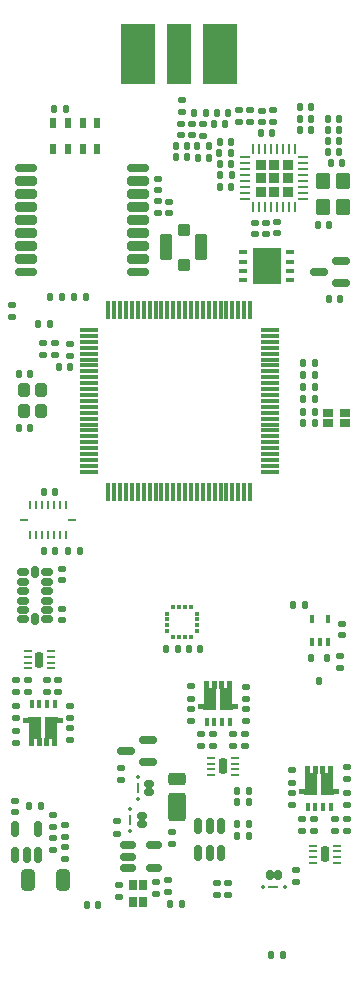
<source format=gbr>
%TF.GenerationSoftware,KiCad,Pcbnew,9.0.1*%
%TF.CreationDate,2025-10-13T19:02:50-04:00*%
%TF.ProjectId,OshTelemega,4f736854-656c-4656-9d65-67612e6b6963,rev?*%
%TF.SameCoordinates,Original*%
%TF.FileFunction,Paste,Bot*%
%TF.FilePolarity,Positive*%
%FSLAX46Y46*%
G04 Gerber Fmt 4.6, Leading zero omitted, Abs format (unit mm)*
G04 Created by KiCad (PCBNEW 9.0.1) date 2025-10-13 19:02:50*
%MOMM*%
%LPD*%
G01*
G04 APERTURE LIST*
G04 Aperture macros list*
%AMRoundRect*
0 Rectangle with rounded corners*
0 $1 Rounding radius*
0 $2 $3 $4 $5 $6 $7 $8 $9 X,Y pos of 4 corners*
0 Add a 4 corners polygon primitive as box body*
4,1,4,$2,$3,$4,$5,$6,$7,$8,$9,$2,$3,0*
0 Add four circle primitives for the rounded corners*
1,1,$1+$1,$2,$3*
1,1,$1+$1,$4,$5*
1,1,$1+$1,$6,$7*
1,1,$1+$1,$8,$9*
0 Add four rect primitives between the rounded corners*
20,1,$1+$1,$2,$3,$4,$5,0*
20,1,$1+$1,$4,$5,$6,$7,0*
20,1,$1+$1,$6,$7,$8,$9,0*
20,1,$1+$1,$8,$9,$2,$3,0*%
%AMFreePoly0*
4,1,17,1.515000,0.170000,0.915000,0.170000,0.915000,-0.080000,1.515000,-0.080000,1.515000,-0.480000,0.915000,-0.480000,0.915000,-0.505000,-0.395000,-0.505000,-0.395000,-1.005000,-0.825000,-1.005000,-0.825000,-0.625000,-0.915000,-0.625000,-0.915000,0.505000,0.815000,0.505000,0.815000,0.570000,1.515000,0.570000,1.515000,0.170000,1.515000,0.170000,$1*%
%AMFreePoly1*
4,1,17,-0.395000,0.505000,0.915000,0.505000,0.915000,0.480000,1.515000,0.480000,1.515000,0.080000,0.915000,0.080000,0.915000,-0.170000,1.515000,-0.170000,1.515000,-0.570000,0.815000,-0.570000,0.815000,-0.505000,-0.915000,-0.505000,-0.915000,0.625000,-0.825000,0.625000,-0.825000,1.005000,-0.395000,1.005000,-0.395000,0.505000,-0.395000,0.505000,$1*%
G04 Aperture macros list end*
%ADD10C,0.000000*%
%ADD11RoundRect,0.135000X0.185000X-0.135000X0.185000X0.135000X-0.185000X0.135000X-0.185000X-0.135000X0*%
%ADD12RoundRect,0.150000X0.587500X0.150000X-0.587500X0.150000X-0.587500X-0.150000X0.587500X-0.150000X0*%
%ADD13RoundRect,0.140000X-0.170000X0.140000X-0.170000X-0.140000X0.170000X-0.140000X0.170000X0.140000X0*%
%ADD14RoundRect,0.135000X-0.135000X-0.185000X0.135000X-0.185000X0.135000X0.185000X-0.135000X0.185000X0*%
%ADD15RoundRect,0.135000X0.135000X0.185000X-0.135000X0.185000X-0.135000X-0.185000X0.135000X-0.185000X0*%
%ADD16RoundRect,0.140000X-0.140000X-0.170000X0.140000X-0.170000X0.140000X0.170000X-0.140000X0.170000X0*%
%ADD17RoundRect,0.135000X-0.185000X0.135000X-0.185000X-0.135000X0.185000X-0.135000X0.185000X0.135000X0*%
%ADD18RoundRect,0.250000X-0.500000X0.950000X-0.500000X-0.950000X0.500000X-0.950000X0.500000X0.950000X0*%
%ADD19RoundRect,0.250000X-0.500000X0.275000X-0.500000X-0.275000X0.500000X-0.275000X0.500000X0.275000X0*%
%ADD20RoundRect,0.147500X-0.172500X0.147500X-0.172500X-0.147500X0.172500X-0.147500X0.172500X0.147500X0*%
%ADD21RoundRect,0.112500X-0.112500X-0.237500X0.112500X-0.237500X0.112500X0.237500X-0.112500X0.237500X0*%
%ADD22RoundRect,0.140000X0.140000X0.170000X-0.140000X0.170000X-0.140000X-0.170000X0.140000X-0.170000X0*%
%ADD23R,2.000000X5.140000*%
%ADD24R,3.000000X5.140000*%
%ADD25RoundRect,0.140000X0.170000X-0.140000X0.170000X0.140000X-0.170000X0.140000X-0.170000X-0.140000X0*%
%ADD26RoundRect,0.147500X0.147500X0.172500X-0.147500X0.172500X-0.147500X-0.172500X0.147500X-0.172500X0*%
%ADD27R,0.550000X0.950000*%
%ADD28RoundRect,0.100000X0.100000X-0.225000X0.100000X0.225000X-0.100000X0.225000X-0.100000X-0.225000X0*%
%ADD29RoundRect,0.232500X0.232500X-0.232500X0.232500X0.232500X-0.232500X0.232500X-0.232500X-0.232500X0*%
%ADD30RoundRect,0.062500X0.062500X-0.375000X0.062500X0.375000X-0.062500X0.375000X-0.062500X-0.375000X0*%
%ADD31RoundRect,0.062500X0.375000X-0.062500X0.375000X0.062500X-0.375000X0.062500X-0.375000X-0.062500X0*%
%ADD32RoundRect,0.150000X-0.512500X-0.150000X0.512500X-0.150000X0.512500X0.150000X-0.512500X0.150000X0*%
%ADD33RoundRect,0.147500X0.172500X-0.147500X0.172500X0.147500X-0.172500X0.147500X-0.172500X-0.147500X0*%
%ADD34RoundRect,0.150000X0.250000X-0.150000X0.250000X0.150000X-0.250000X0.150000X-0.250000X-0.150000X0*%
%ADD35RoundRect,0.075000X0.075000X-0.100000X0.075000X0.100000X-0.075000X0.100000X-0.075000X-0.100000X0*%
%ADD36RoundRect,0.058750X0.058750X-0.376250X0.058750X0.376250X-0.058750X0.376250X-0.058750X-0.376250X0*%
%ADD37RoundRect,0.250000X0.250000X-0.325000X0.250000X0.325000X-0.250000X0.325000X-0.250000X-0.325000X0*%
%ADD38RoundRect,0.182500X-0.182500X-0.462500X0.182500X-0.462500X0.182500X0.462500X-0.182500X0.462500X0*%
%ADD39RoundRect,0.062500X-0.300000X-0.062500X0.300000X-0.062500X0.300000X0.062500X-0.300000X0.062500X0*%
%ADD40RoundRect,0.150000X0.150000X-0.512500X0.150000X0.512500X-0.150000X0.512500X-0.150000X-0.512500X0*%
%ADD41RoundRect,0.250000X-0.350000X0.450000X-0.350000X-0.450000X0.350000X-0.450000X0.350000X0.450000X0*%
%ADD42R,0.350000X0.760000*%
%ADD43FreePoly0,90.000000*%
%ADD44FreePoly1,90.000000*%
%ADD45RoundRect,0.075000X-0.725000X-0.075000X0.725000X-0.075000X0.725000X0.075000X-0.725000X0.075000X0*%
%ADD46RoundRect,0.075000X-0.075000X-0.725000X0.075000X-0.725000X0.075000X0.725000X-0.075000X0.725000X0*%
%ADD47RoundRect,0.062500X0.062500X0.275000X-0.062500X0.275000X-0.062500X-0.275000X0.062500X-0.275000X0*%
%ADD48RoundRect,0.062500X0.275000X0.062500X-0.275000X0.062500X-0.275000X-0.062500X0.275000X-0.062500X0*%
%ADD49RoundRect,0.250000X-0.325000X-0.650000X0.325000X-0.650000X0.325000X0.650000X-0.325000X0.650000X0*%
%ADD50RoundRect,0.150000X0.150000X0.250000X-0.150000X0.250000X-0.150000X-0.250000X0.150000X-0.250000X0*%
%ADD51RoundRect,0.075000X0.100000X0.075000X-0.100000X0.075000X-0.100000X-0.075000X0.100000X-0.075000X0*%
%ADD52RoundRect,0.058750X0.376250X0.058750X-0.376250X0.058750X-0.376250X-0.058750X0.376250X-0.058750X0*%
%ADD53RoundRect,0.182500X0.182500X0.462500X-0.182500X0.462500X-0.182500X-0.462500X0.182500X-0.462500X0*%
%ADD54RoundRect,0.062500X0.300000X0.062500X-0.300000X0.062500X-0.300000X-0.062500X0.300000X-0.062500X0*%
%ADD55RoundRect,0.175000X-0.725000X-0.175000X0.725000X-0.175000X0.725000X0.175000X-0.725000X0.175000X0*%
%ADD56RoundRect,0.200000X-0.700000X-0.200000X0.700000X-0.200000X0.700000X0.200000X-0.700000X0.200000X0*%
%ADD57R,0.300000X0.450000*%
%ADD58R,0.450000X0.300000*%
%ADD59RoundRect,0.150000X0.325000X0.150000X-0.325000X0.150000X-0.325000X-0.150000X0.325000X-0.150000X0*%
%ADD60RoundRect,0.150000X0.150000X0.325000X-0.150000X0.325000X-0.150000X-0.325000X0.150000X-0.325000X0*%
%ADD61R,0.850000X0.650000*%
%ADD62R,0.650000X0.850000*%
%ADD63R,0.762000X0.304800*%
%ADD64R,2.387600X3.098800*%
%ADD65FreePoly0,270.000000*%
%ADD66FreePoly1,270.000000*%
%ADD67RoundRect,0.100000X0.400000X0.400000X-0.400000X0.400000X-0.400000X-0.400000X0.400000X-0.400000X0*%
%ADD68RoundRect,0.105000X0.420000X0.995000X-0.420000X0.995000X-0.420000X-0.995000X0.420000X-0.995000X0*%
G04 APERTURE END LIST*
D10*
%TO.C,U19*%
G36*
X43525300Y-40400050D02*
G01*
X41337700Y-40400050D01*
X41337700Y-39050650D01*
X43525300Y-39050650D01*
X43525300Y-40400050D01*
G37*
G36*
X43525300Y-41949450D02*
G01*
X41337700Y-41949450D01*
X41337700Y-40600050D01*
X43525300Y-40600050D01*
X43525300Y-41949450D01*
G37*
%TD*%
D11*
%TO.C,R9*%
X39200000Y-93709999D03*
X39200000Y-92690001D03*
%TD*%
D12*
%TO.C,Q2*%
X32400000Y-80600000D03*
X32400000Y-82500000D03*
X30524999Y-81550000D03*
%TD*%
D11*
%TO.C,R15*%
X44600000Y-86120000D03*
X44600000Y-85100000D03*
%TD*%
%TO.C,R31*%
X25800000Y-80619998D03*
X25800000Y-79600000D03*
%TD*%
D13*
%TO.C,C39*%
X40117623Y-27310357D03*
X40117623Y-28270357D03*
%TD*%
D14*
%TO.C,R51*%
X44630002Y-69200000D03*
X45650000Y-69200000D03*
%TD*%
D11*
%TO.C,R22*%
X36850000Y-81099999D03*
X36850000Y-80080001D03*
%TD*%
D15*
%TO.C,R47*%
X40910000Y-84900000D03*
X39890000Y-84900000D03*
%TD*%
D16*
%TO.C,C40*%
X38446616Y-29971287D03*
X39406616Y-29971287D03*
%TD*%
D11*
%TO.C,R54*%
X33200000Y-36000000D03*
X33200000Y-34980002D03*
%TD*%
D17*
%TO.C,R52*%
X48650000Y-73490001D03*
X48650000Y-74509999D03*
%TD*%
D14*
%TO.C,R7*%
X45500000Y-51700000D03*
X46519998Y-51700000D03*
%TD*%
D18*
%TO.C,D1*%
X34800000Y-86275000D03*
D19*
X34800000Y-83900000D03*
%TD*%
D16*
%TO.C,C24*%
X22344999Y-86200000D03*
X23304999Y-86200000D03*
%TD*%
D17*
%TO.C,R55*%
X44900000Y-91600000D03*
X44900000Y-92619998D03*
%TD*%
D20*
%TO.C,FB2*%
X33200000Y-33115000D03*
X33200000Y-34085000D03*
%TD*%
D21*
%TO.C,D2*%
X46200000Y-73650000D03*
X47500000Y-73650000D03*
X46850000Y-75650000D03*
%TD*%
D16*
%TO.C,C16*%
X23590000Y-59600000D03*
X24550000Y-59600000D03*
%TD*%
%TO.C,C26*%
X47846477Y-31788664D03*
X48806477Y-31788664D03*
%TD*%
D17*
%TO.C,R36*%
X21200000Y-77690001D03*
X21200000Y-78709999D03*
%TD*%
%TO.C,R43*%
X24324999Y-86990000D03*
X24324999Y-88010000D03*
%TD*%
D22*
%TO.C,C18*%
X36800000Y-72925000D03*
X35840000Y-72925000D03*
%TD*%
D11*
%TO.C,R29*%
X23800000Y-76509999D03*
X23800000Y-75490001D03*
%TD*%
D23*
%TO.C,J3*%
X35000000Y-22530000D03*
D24*
X31500000Y-22530000D03*
X38500000Y-22530000D03*
%TD*%
D25*
%TO.C,C37*%
X42000000Y-28300000D03*
X42000000Y-27340000D03*
%TD*%
D17*
%TO.C,R32*%
X25800000Y-77690002D03*
X25800000Y-78710000D03*
%TD*%
D14*
%TO.C,R44*%
X39890000Y-88700000D03*
X40910000Y-88700000D03*
%TD*%
%TO.C,R8*%
X45490001Y-50700000D03*
X46509999Y-50700000D03*
%TD*%
D13*
%TO.C,C20*%
X34400000Y-88440000D03*
X34400000Y-89400000D03*
%TD*%
D16*
%TO.C,C10*%
X47670000Y-43250000D03*
X48630000Y-43250000D03*
%TD*%
D25*
%TO.C,C8*%
X25100000Y-67080000D03*
X25100000Y-66120000D03*
%TD*%
D26*
%TO.C,L1*%
X42900000Y-29200000D03*
X41930000Y-29200000D03*
%TD*%
D22*
%TO.C,C34*%
X48576887Y-30866862D03*
X47616887Y-30866862D03*
%TD*%
D27*
%TO.C,U4*%
X24350000Y-28400000D03*
X25600000Y-28400000D03*
X26850000Y-28400000D03*
X28100000Y-28400000D03*
X28100000Y-30550000D03*
X26850000Y-30550000D03*
X25600000Y-30550000D03*
X24350000Y-30550000D03*
%TD*%
D14*
%TO.C,R48*%
X36550000Y-30360000D03*
X37570000Y-30360000D03*
%TD*%
D17*
%TO.C,R49*%
X29775000Y-87507503D03*
X29775000Y-88527501D03*
%TD*%
D16*
%TO.C,C35*%
X34726989Y-31288960D03*
X35686989Y-31288960D03*
%TD*%
D28*
%TO.C,U21*%
X47600000Y-72300000D03*
X46950000Y-72299999D03*
X46300000Y-72300000D03*
X46300000Y-70400000D03*
X47600000Y-70400000D03*
%TD*%
D13*
%TO.C,C22*%
X21114999Y-85773750D03*
X21114999Y-86733750D03*
%TD*%
D29*
%TO.C,U8*%
X41912500Y-34187500D03*
X43062500Y-34187500D03*
X44212500Y-34187500D03*
X41912500Y-33037500D03*
X43062500Y-33037500D03*
X44212500Y-33037500D03*
X41912500Y-31887500D03*
X43062500Y-31887500D03*
X44212500Y-31887500D03*
D30*
X44812500Y-35475000D03*
X44312500Y-35475000D03*
X43812500Y-35475000D03*
X43312500Y-35475000D03*
X42812500Y-35475000D03*
X42312500Y-35475000D03*
X41812500Y-35475000D03*
X41312500Y-35475000D03*
D31*
X40625000Y-34787500D03*
X40625000Y-34287500D03*
X40625000Y-33787500D03*
X40625000Y-33287500D03*
X40625000Y-32787500D03*
X40625000Y-32287500D03*
X40625000Y-31787500D03*
X40625000Y-31287500D03*
D30*
X41312500Y-30600000D03*
X41812500Y-30600000D03*
X42312500Y-30600000D03*
X42812500Y-30600000D03*
X43312500Y-30600000D03*
X43812500Y-30600000D03*
X44312500Y-30600000D03*
X44812500Y-30600000D03*
D31*
X45500000Y-31287500D03*
X45500000Y-31787500D03*
X45500000Y-32287500D03*
X45500000Y-32787500D03*
X45500000Y-33287500D03*
X45500000Y-33787500D03*
X45500000Y-34287500D03*
X45500000Y-34787500D03*
%TD*%
D32*
%TO.C,U17*%
X30654999Y-91429999D03*
X30654999Y-90480000D03*
X30654999Y-89530001D03*
X32929999Y-89530001D03*
X32929999Y-91429999D03*
%TD*%
D17*
%TO.C,R23*%
X36050000Y-76080002D03*
X36050000Y-77100000D03*
%TD*%
D11*
%TO.C,R24*%
X36050000Y-79009998D03*
X36050000Y-77990000D03*
%TD*%
D17*
%TO.C,R11*%
X20900000Y-43790000D03*
X20900000Y-44810000D03*
%TD*%
D33*
%TO.C,FB1*%
X25800000Y-48085000D03*
X25800000Y-47115000D03*
%TD*%
D34*
%TO.C,Q3*%
X32475000Y-85025000D03*
X32475000Y-84325000D03*
D35*
X31500000Y-85600000D03*
D36*
X31500000Y-84635000D03*
D35*
X31500000Y-83750000D03*
%TD*%
D22*
%TO.C,C33*%
X46199525Y-27040563D03*
X45239525Y-27040563D03*
%TD*%
D17*
%TO.C,R40*%
X25324999Y-89690000D03*
X25324999Y-90710000D03*
%TD*%
D26*
%TO.C,L5*%
X39170000Y-27500000D03*
X38200000Y-27500000D03*
%TD*%
D17*
%TO.C,R42*%
X24324999Y-88890000D03*
X24324999Y-89910000D03*
%TD*%
D16*
%TO.C,C5*%
X21440000Y-49600000D03*
X22400000Y-49600000D03*
%TD*%
D14*
%TO.C,R6*%
X45500000Y-49699999D03*
X46519998Y-49699999D03*
%TD*%
D11*
%TO.C,R38*%
X29925000Y-93874998D03*
X29925000Y-92855000D03*
%TD*%
D37*
%TO.C,X2*%
X21920000Y-52725000D03*
X21920000Y-50975000D03*
X23320000Y-50975000D03*
X23320000Y-52725000D03*
%TD*%
D38*
%TO.C,U15*%
X23200000Y-73800000D03*
D39*
X22187499Y-74550000D03*
X22187500Y-74050000D03*
X22187500Y-73550000D03*
X22187499Y-73050000D03*
X24212501Y-73050000D03*
X24212500Y-73550000D03*
X24212500Y-74050000D03*
X24212501Y-74550000D03*
%TD*%
D17*
%TO.C,R19*%
X49200000Y-87289999D03*
X49200000Y-88309999D03*
%TD*%
D11*
%TO.C,R10*%
X38200000Y-93700000D03*
X38200000Y-92680002D03*
%TD*%
D26*
%TO.C,L7*%
X37285000Y-27500000D03*
X36315000Y-27500000D03*
%TD*%
D11*
%TO.C,R17*%
X45400000Y-88319999D03*
X45400000Y-87299999D03*
%TD*%
%TO.C,R39*%
X34100000Y-93509999D03*
X34100000Y-92490001D03*
%TD*%
D22*
%TO.C,C6*%
X22400000Y-54200000D03*
X21440000Y-54200000D03*
%TD*%
D11*
%TO.C,R26*%
X39600000Y-81100000D03*
X39600000Y-80080002D03*
%TD*%
D17*
%TO.C,R34*%
X22200000Y-75490001D03*
X22200000Y-76509999D03*
%TD*%
D40*
%TO.C,U18*%
X23064999Y-90382499D03*
X22114999Y-90382499D03*
X21164999Y-90382499D03*
X21164999Y-88107499D03*
X23064999Y-88107499D03*
%TD*%
D22*
%TO.C,C27*%
X46199429Y-28933495D03*
X45239429Y-28933495D03*
%TD*%
D33*
%TO.C,L6*%
X37073792Y-29435841D03*
X37073792Y-28465841D03*
%TD*%
D13*
%TO.C,C7*%
X25100000Y-69520000D03*
X25100000Y-70480000D03*
%TD*%
D41*
%TO.C,Y1*%
X48926477Y-33288663D03*
X48926477Y-35488663D03*
X47226477Y-35488663D03*
X47226477Y-33288663D03*
%TD*%
D14*
%TO.C,R12*%
X38490000Y-32800000D03*
X39510000Y-32800000D03*
%TD*%
D13*
%TO.C,C41*%
X36135334Y-28450958D03*
X36135334Y-29410958D03*
%TD*%
D22*
%TO.C,C9*%
X25430000Y-27150000D03*
X24470000Y-27150000D03*
%TD*%
D42*
%TO.C,U22*%
X39300000Y-79100000D03*
X38650000Y-79100000D03*
X38000000Y-79100000D03*
X37350000Y-79100000D03*
D43*
X39020000Y-77135000D03*
D44*
X37630000Y-77135000D03*
%TD*%
D11*
%TO.C,R37*%
X33100000Y-93659998D03*
X33100000Y-92640000D03*
%TD*%
D22*
%TO.C,C11*%
X46200000Y-28000000D03*
X45240000Y-28000000D03*
%TD*%
D14*
%TO.C,R56*%
X26120000Y-43100000D03*
X27140000Y-43100000D03*
%TD*%
D25*
%TO.C,C12*%
X43304615Y-37710439D03*
X43304615Y-36750439D03*
%TD*%
D45*
%TO.C,U1*%
X27350000Y-57900000D03*
X27350000Y-57400000D03*
X27350000Y-56900000D03*
X27350000Y-56400000D03*
X27350000Y-55900000D03*
X27350000Y-55400000D03*
X27350000Y-54900000D03*
X27350000Y-54400000D03*
X27350000Y-53900000D03*
X27350000Y-53400000D03*
X27350000Y-52900000D03*
X27350000Y-52400000D03*
X27350000Y-51900000D03*
X27350000Y-51400000D03*
X27350000Y-50900000D03*
X27350000Y-50400000D03*
X27350000Y-49900000D03*
X27350000Y-49400000D03*
X27350000Y-48900000D03*
X27350000Y-48400000D03*
X27350000Y-47900000D03*
X27350000Y-47400000D03*
X27350000Y-46900000D03*
X27350000Y-46400000D03*
X27350000Y-45900000D03*
D46*
X29025000Y-44225000D03*
X29525000Y-44225000D03*
X30025000Y-44225000D03*
X30525000Y-44225000D03*
X31025000Y-44225000D03*
X31525000Y-44225000D03*
X32025000Y-44225000D03*
X32525000Y-44225000D03*
X33025000Y-44225000D03*
X33525000Y-44225000D03*
X34025000Y-44225000D03*
X34525000Y-44225000D03*
X35025000Y-44225000D03*
X35525000Y-44225000D03*
X36025000Y-44225000D03*
X36525000Y-44225000D03*
X37025000Y-44225000D03*
X37525000Y-44225000D03*
X38025000Y-44225000D03*
X38525000Y-44225000D03*
X39025000Y-44225000D03*
X39525000Y-44225000D03*
X40025000Y-44225000D03*
X40525000Y-44225000D03*
X41025000Y-44225000D03*
D45*
X42700000Y-45900000D03*
X42700000Y-46400000D03*
X42700000Y-46900000D03*
X42700000Y-47400000D03*
X42700000Y-47900000D03*
X42700000Y-48400000D03*
X42700000Y-48900000D03*
X42700000Y-49400000D03*
X42700000Y-49900000D03*
X42700000Y-50400000D03*
X42700000Y-50900000D03*
X42700000Y-51400000D03*
X42700000Y-51900000D03*
X42700000Y-52400000D03*
X42700000Y-52900000D03*
X42700000Y-53400000D03*
X42700000Y-53900000D03*
X42700000Y-54400000D03*
X42700000Y-54900000D03*
X42700000Y-55400000D03*
X42700000Y-55900000D03*
X42700000Y-56400000D03*
X42700000Y-56900000D03*
X42700000Y-57400000D03*
X42700000Y-57900000D03*
D46*
X41025000Y-59575000D03*
X40525000Y-59575000D03*
X40025000Y-59575000D03*
X39525000Y-59575000D03*
X39025000Y-59575000D03*
X38525000Y-59575000D03*
X38025000Y-59575000D03*
X37525000Y-59575000D03*
X37025000Y-59575000D03*
X36525000Y-59575000D03*
X36025000Y-59575000D03*
X35525000Y-59575000D03*
X35025000Y-59575000D03*
X34525000Y-59575000D03*
X34025000Y-59575000D03*
X33525000Y-59575000D03*
X33025000Y-59575000D03*
X32525000Y-59575000D03*
X32025000Y-59575000D03*
X31525000Y-59575000D03*
X31025000Y-59575000D03*
X30525000Y-59575000D03*
X30025000Y-59575000D03*
X29525000Y-59575000D03*
X29025000Y-59575000D03*
%TD*%
D16*
%TO.C,C29*%
X38450000Y-31830000D03*
X39410000Y-31830000D03*
%TD*%
D12*
%TO.C,U6*%
X48700000Y-40050000D03*
X48700000Y-41950000D03*
X46824999Y-41000000D03*
%TD*%
D16*
%TO.C,C21*%
X27190000Y-94600000D03*
X28150000Y-94600000D03*
%TD*%
D14*
%TO.C,R4*%
X45490001Y-53800000D03*
X46509999Y-53800000D03*
%TD*%
D47*
%TO.C,U9*%
X25437501Y-60737500D03*
X24937501Y-60737500D03*
X24437501Y-60737500D03*
X23937501Y-60737500D03*
X23437501Y-60737500D03*
X22937501Y-60737500D03*
X22437501Y-60737500D03*
D48*
X21925002Y-62000000D03*
D47*
X22437501Y-63262500D03*
X22937501Y-63262500D03*
X23437501Y-63262500D03*
X23937501Y-63262500D03*
X24437501Y-63262500D03*
X24937501Y-63262500D03*
X25437501Y-63262500D03*
D48*
X25950000Y-62000000D03*
%TD*%
D20*
%TO.C,L4*%
X41059656Y-27279423D03*
X41059656Y-28249423D03*
%TD*%
D13*
%TO.C,C2*%
X24500000Y-47020000D03*
X24500000Y-47980000D03*
%TD*%
D33*
%TO.C,L8*%
X35300000Y-27400000D03*
X35300000Y-26430000D03*
%TD*%
D11*
%TO.C,R33*%
X21200000Y-76509999D03*
X21200000Y-75490001D03*
%TD*%
D49*
%TO.C,C23*%
X22249999Y-92500000D03*
X25199999Y-92500000D03*
%TD*%
D13*
%TO.C,C1*%
X23500000Y-47020000D03*
X23500000Y-47980000D03*
%TD*%
D50*
%TO.C,Q4*%
X43390000Y-92050000D03*
X42690000Y-92050000D03*
D51*
X43965000Y-93025000D03*
D52*
X43000000Y-93025000D03*
D51*
X42115000Y-93025000D03*
%TD*%
D22*
%TO.C,C14*%
X48580000Y-28000000D03*
X47620000Y-28000000D03*
%TD*%
D26*
%TO.C,L2*%
X39400000Y-30897500D03*
X38430000Y-30897500D03*
%TD*%
D17*
%TO.C,R27*%
X40650001Y-76090001D03*
X40650001Y-77109999D03*
%TD*%
D53*
%TO.C,U13*%
X38775000Y-82850000D03*
D54*
X39787501Y-82100000D03*
X39787500Y-82600000D03*
X39787500Y-83100000D03*
X39787501Y-83600000D03*
X37762499Y-83600000D03*
X37762500Y-83100000D03*
X37762500Y-82600000D03*
X37762499Y-82100000D03*
%TD*%
D11*
%TO.C,R16*%
X49200000Y-86110000D03*
X49200000Y-85090000D03*
%TD*%
D55*
%TO.C,U5*%
X22050000Y-41000000D03*
D56*
X22050000Y-39900000D03*
X22050000Y-38800000D03*
X22050000Y-37700000D03*
X22050000Y-36600000D03*
X22050000Y-35500000D03*
X22050000Y-34400000D03*
X22050000Y-33300000D03*
D55*
X22050000Y-32200000D03*
X31550000Y-32200000D03*
D56*
X31550000Y-33300000D03*
X31550000Y-34400000D03*
X31550000Y-35500000D03*
X31550000Y-36600000D03*
X31550000Y-37700000D03*
X31550000Y-38800000D03*
X31550000Y-39900000D03*
D55*
X31550000Y-41000000D03*
%TD*%
D22*
%TO.C,C4*%
X24060000Y-45400000D03*
X23100000Y-45400000D03*
%TD*%
D11*
%TO.C,R28*%
X40650000Y-79009998D03*
X40650000Y-77990000D03*
%TD*%
D13*
%TO.C,C43*%
X34128426Y-35032033D03*
X34128426Y-35992033D03*
%TD*%
D11*
%TO.C,R20*%
X48200000Y-88310000D03*
X48200000Y-87290000D03*
%TD*%
D13*
%TO.C,C42*%
X35217736Y-28446743D03*
X35217736Y-29406743D03*
%TD*%
D34*
%TO.C,Q1*%
X31850000Y-87742503D03*
X31850000Y-87042503D03*
D35*
X30875000Y-88317503D03*
D36*
X30875000Y-87352503D03*
D35*
X30875000Y-86467503D03*
%TD*%
D53*
%TO.C,U12*%
X47400000Y-90300000D03*
D54*
X48412500Y-89550000D03*
X48412500Y-90050000D03*
X48412500Y-90550000D03*
X48412500Y-91050000D03*
X46387500Y-91050000D03*
X46387500Y-90550000D03*
X46387500Y-90050000D03*
X46387500Y-89550000D03*
%TD*%
D57*
%TO.C,U10*%
X34500000Y-69375000D03*
X35000000Y-69375000D03*
X35500000Y-69375000D03*
X36000000Y-69375000D03*
D58*
X36525000Y-69900000D03*
X36525000Y-70400000D03*
X36525000Y-70900000D03*
X36525000Y-71400000D03*
D57*
X36000000Y-71925000D03*
X35500000Y-71925000D03*
X35000000Y-71925000D03*
X34500000Y-71925000D03*
D58*
X33975000Y-71400000D03*
X33975000Y-70900000D03*
X33975000Y-70400000D03*
X33975000Y-69900000D03*
%TD*%
D59*
%TO.C,U3*%
X23800000Y-66400000D03*
X23800000Y-67200000D03*
X23800000Y-68000000D03*
X23800000Y-68800000D03*
X23800000Y-69600000D03*
X23800000Y-70400000D03*
D60*
X22800000Y-70400001D03*
D59*
X21800000Y-70400000D03*
X21800000Y-69600000D03*
X21800000Y-68800000D03*
X21800000Y-68000000D03*
X21800000Y-67200000D03*
X21800000Y-66400000D03*
D60*
X22800000Y-66399999D03*
%TD*%
D22*
%TO.C,C30*%
X48577040Y-29902436D03*
X47617040Y-29902436D03*
%TD*%
D15*
%TO.C,R45*%
X40910000Y-87700000D03*
X39890000Y-87700000D03*
%TD*%
D16*
%TO.C,C28*%
X38487290Y-33752686D03*
X39447290Y-33752686D03*
%TD*%
D61*
%TO.C,D3*%
X47600000Y-52900000D03*
X47600000Y-53750000D03*
X49050000Y-52900000D03*
X49050000Y-53750000D03*
%TD*%
D17*
%TO.C,R53*%
X30100000Y-82990001D03*
X30100000Y-84009999D03*
%TD*%
D11*
%TO.C,R35*%
X21200000Y-80900000D03*
X21200000Y-79880002D03*
%TD*%
D62*
%TO.C,D4*%
X31125000Y-94365000D03*
X31975000Y-94365000D03*
X31125000Y-92915000D03*
X31975000Y-92915000D03*
%TD*%
D63*
%TO.C,U19*%
X44400000Y-39299900D03*
X44400000Y-40100000D03*
X44400000Y-40900100D03*
X44400000Y-41700200D03*
X40463000Y-41700200D03*
X40463000Y-40900100D03*
X40463000Y-40100000D03*
X40463000Y-39299900D03*
D64*
X42431500Y-40500050D03*
%TD*%
D40*
%TO.C,U2*%
X38550000Y-90137500D03*
X37600000Y-90137500D03*
X36650000Y-90137500D03*
X36650000Y-87862500D03*
X37600000Y-87862500D03*
X38550000Y-87862500D03*
%TD*%
D17*
%TO.C,R30*%
X24800000Y-75490001D03*
X24800000Y-76509999D03*
%TD*%
D15*
%TO.C,R50*%
X26659999Y-64650000D03*
X25640001Y-64650000D03*
%TD*%
D22*
%TO.C,C38*%
X38941596Y-28485589D03*
X37981596Y-28485589D03*
%TD*%
D17*
%TO.C,R14*%
X49200000Y-82900000D03*
X49200000Y-83920000D03*
%TD*%
D14*
%TO.C,R5*%
X45500000Y-48700000D03*
X46519998Y-48700000D03*
%TD*%
D33*
%TO.C,L3*%
X42964656Y-28280824D03*
X42964656Y-27310824D03*
%TD*%
D22*
%TO.C,C25*%
X47726477Y-36988664D03*
X46766477Y-36988664D03*
%TD*%
D25*
%TO.C,C15*%
X42373826Y-37759447D03*
X42373826Y-36799447D03*
%TD*%
D17*
%TO.C,R13*%
X44600000Y-83190000D03*
X44600000Y-84210000D03*
%TD*%
D42*
%TO.C,U20*%
X47851714Y-86275698D03*
X47201714Y-86275698D03*
X46551714Y-86275698D03*
X45901714Y-86275698D03*
D43*
X47571714Y-84310698D03*
D44*
X46181714Y-84310698D03*
%TD*%
D42*
%TO.C,U23*%
X22530058Y-77601217D03*
X23180058Y-77601217D03*
X23830058Y-77601217D03*
X24480058Y-77601217D03*
D65*
X22810058Y-79566217D03*
D66*
X24200058Y-79566217D03*
%TD*%
D17*
%TO.C,R21*%
X37850000Y-80070002D03*
X37850000Y-81090000D03*
%TD*%
D16*
%TO.C,C31*%
X36600000Y-31300000D03*
X37560000Y-31300000D03*
%TD*%
D14*
%TO.C,R46*%
X39890000Y-85900000D03*
X40910000Y-85900000D03*
%TD*%
D17*
%TO.C,R25*%
X40600000Y-80080001D03*
X40600000Y-81099999D03*
%TD*%
D16*
%TO.C,C3*%
X24820000Y-49000000D03*
X25780000Y-49000000D03*
%TD*%
D25*
%TO.C,C44*%
X48850000Y-71730000D03*
X48850000Y-70770000D03*
%TD*%
D14*
%TO.C,R2*%
X42790001Y-98800000D03*
X43809999Y-98800000D03*
%TD*%
D22*
%TO.C,C32*%
X48573003Y-28957780D03*
X47613003Y-28957780D03*
%TD*%
D67*
%TO.C,J5*%
X35400000Y-37400000D03*
D68*
X33924999Y-38900000D03*
D67*
X35400000Y-40400000D03*
D68*
X36875001Y-38900000D03*
%TD*%
D16*
%TO.C,C36*%
X34728267Y-30348244D03*
X35688267Y-30348244D03*
%TD*%
D14*
%TO.C,R3*%
X45490001Y-52799999D03*
X46509999Y-52799999D03*
%TD*%
D25*
%TO.C,C13*%
X41433591Y-37770380D03*
X41433591Y-36810380D03*
%TD*%
D17*
%TO.C,R41*%
X25324999Y-87780001D03*
X25324999Y-88800001D03*
%TD*%
D22*
%TO.C,C19*%
X34900000Y-72909000D03*
X33940000Y-72909000D03*
%TD*%
D15*
%TO.C,R1*%
X35300000Y-94500000D03*
X34280002Y-94500000D03*
%TD*%
D22*
%TO.C,C17*%
X24550000Y-64600000D03*
X23590000Y-64600000D03*
%TD*%
D26*
%TO.C,D6*%
X25085000Y-43100000D03*
X24115000Y-43100000D03*
%TD*%
D17*
%TO.C,R18*%
X46400000Y-87290000D03*
X46400000Y-88310000D03*
%TD*%
M02*

</source>
